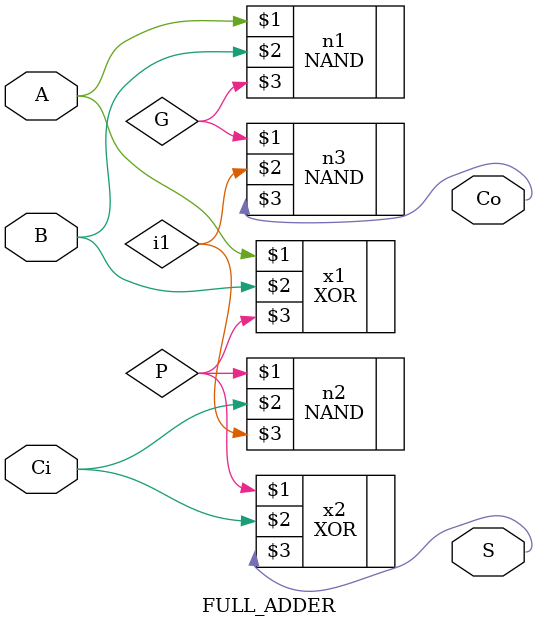
<source format=v>
`timescale 1ns / 1ps
module FULL_ADDER(
    input A,
    input B,
    input Ci,
    output S,
    output Co
    );
	wire P , i1 , G  ;
	XOR x1(A,B,P);
	NAND n1(A,B,G);	
	
	XOR x2(P,Ci,S);
	NAND n2(P,Ci,i1);
	
	NAND n3(G,i1,Co);
	
endmodule

</source>
